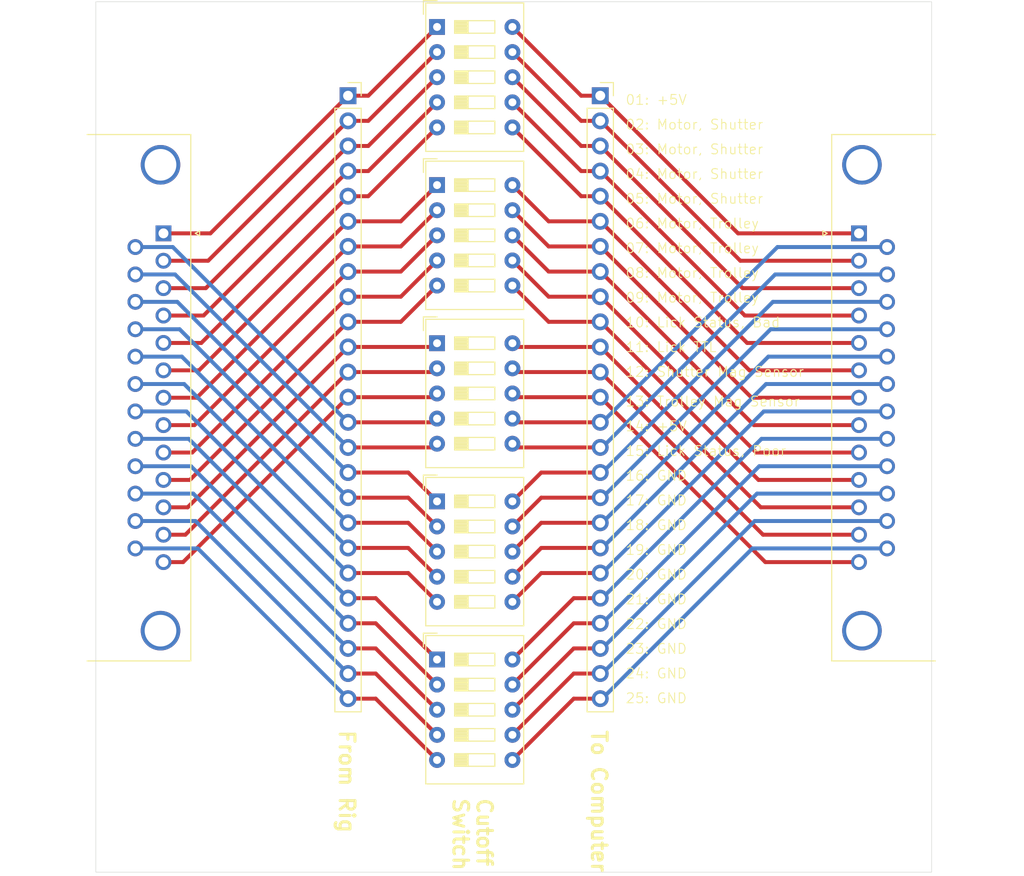
<source format=kicad_pcb>
(kicad_pcb (version 20240108) (generator "pcbnew") (generator_version "8.0")
  (layers (0 "F.Cu" signal) (31 "B.Cu" signal) (34 "B.Paste" user) (35 "F.Paste" user) (36 "B.SilkS" user "B.Silkscreen") (37 "F.SilkS" user "F.Silkscreen") (38 "B.Mask" user) (39 "F.Mask" user) (44 "Edge.Cuts" user))
  (net 0 "")
  (footprint "Button_Switch_THT:SW_DIP_SPSTx05_Slide_9.78x14.88mm_W7.62mm_P2.54mm" (layer "F.Cu") (at 145 61.0475)
    (property "Reference" "REF**" (hide yes))
    (property "Value" "SW_DIP_SPSTx05_Slide_9.78x14.88mm_W7.62mm_P2.54mm" (hide yes))
    (pad "1" thru_hole rect (at 0 0) (size 1.6 1.6) (drill 0.8) (layers "*.Cu" "*.Mask"))
    (pad "2" thru_hole oval (at 0 2.54) (size 1.6 1.6) (drill 0.8) (layers "*.Cu" "*.Mask"))
    (pad "3" thru_hole oval (at 0 5.08) (size 1.6 1.6) (drill 0.8) (layers "*.Cu" "*.Mask"))
    (pad "4" thru_hole oval (at 0 7.62) (size 1.6 1.6) (drill 0.8) (layers "*.Cu" "*.Mask"))
    (pad "5" thru_hole oval (at 0 10.16) (size 1.6 1.6) (drill 0.8) (layers "*.Cu" "*.Mask"))
    (pad "6" thru_hole oval (at 7.62 10.16) (size 1.6 1.6) (drill 0.8) (layers "*.Cu" "*.Mask"))
    (pad "7" thru_hole oval (at 7.62 7.62) (size 1.6 1.6) (drill 0.8) (layers "*.Cu" "*.Mask"))
    (pad "8" thru_hole oval (at 7.62 5.08) (size 1.6 1.6) (drill 0.8) (layers "*.Cu" "*.Mask"))
    (pad "9" thru_hole oval (at 7.62 2.54) (size 1.6 1.6) (drill 0.8) (layers "*.Cu" "*.Mask"))
    (pad "10" thru_hole oval (at 7.62 0) (size 1.6 1.6) (drill 0.8) (layers "*.Cu" "*.Mask"))
  )
  (footprint "Button_Switch_THT:SW_DIP_SPSTx05_Slide_9.78x14.88mm_W7.62mm_P2.54mm" (layer "F.Cu") (at 145 93.02375)
    (property "Reference" "REF**" (hide yes))
    (property "Value" "SW_DIP_SPSTx05_Slide_9.78x14.88mm_W7.62mm_P2.54mm" (hide yes))
    (pad "1" thru_hole rect (at 0 0) (size 1.6 1.6) (drill 0.8) (layers "*.Cu" "*.Mask"))
    (pad "2" thru_hole oval (at 0 2.54) (size 1.6 1.6) (drill 0.8) (layers "*.Cu" "*.Mask"))
    (pad "3" thru_hole oval (at 0 5.08) (size 1.6 1.6) (drill 0.8) (layers "*.Cu" "*.Mask"))
    (pad "4" thru_hole oval (at 0 7.62) (size 1.6 1.6) (drill 0.8) (layers "*.Cu" "*.Mask"))
    (pad "5" thru_hole oval (at 0 10.16) (size 1.6 1.6) (drill 0.8) (layers "*.Cu" "*.Mask"))
    (pad "6" thru_hole oval (at 7.62 10.16) (size 1.6 1.6) (drill 0.8) (layers "*.Cu" "*.Mask"))
    (pad "7" thru_hole oval (at 7.62 7.62) (size 1.6 1.6) (drill 0.8) (layers "*.Cu" "*.Mask"))
    (pad "8" thru_hole oval (at 7.62 5.08) (size 1.6 1.6) (drill 0.8) (layers "*.Cu" "*.Mask"))
    (pad "9" thru_hole oval (at 7.62 2.54) (size 1.6 1.6) (drill 0.8) (layers "*.Cu" "*.Mask"))
    (pad "10" thru_hole oval (at 7.62 0) (size 1.6 1.6) (drill 0.8) (layers "*.Cu" "*.Mask"))
  )
  (footprint "Button_Switch_THT:SW_DIP_SPSTx05_Slide_9.78x14.88mm_W7.62mm_P2.54mm" (layer "F.Cu") (at 145 125)
    (property "Reference" "REF**" (hide yes))
    (property "Value" "SW_DIP_SPSTx05_Slide_9.78x14.88mm_W7.62mm_P2.54mm")
    (pad "1" thru_hole rect (at 0 0) (size 1.6 1.6) (drill 0.8) (layers "*.Cu" "*.Mask"))
    (pad "2" thru_hole oval (at 0 2.54) (size 1.6 1.6) (drill 0.8) (layers "*.Cu" "*.Mask"))
    (pad "3" thru_hole oval (at 0 5.08) (size 1.6 1.6) (drill 0.8) (layers "*.Cu" "*.Mask"))
    (pad "4" thru_hole oval (at 0 7.62) (size 1.6 1.6) (drill 0.8) (layers "*.Cu" "*.Mask"))
    (pad "5" thru_hole oval (at 0 10.16) (size 1.6 1.6) (drill 0.8) (layers "*.Cu" "*.Mask"))
    (pad "6" thru_hole oval (at 7.62 10.16) (size 1.6 1.6) (drill 0.8) (layers "*.Cu" "*.Mask"))
    (pad "7" thru_hole oval (at 7.62 7.62) (size 1.6 1.6) (drill 0.8) (layers "*.Cu" "*.Mask"))
    (pad "8" thru_hole oval (at 7.62 5.08) (size 1.6 1.6) (drill 0.8) (layers "*.Cu" "*.Mask"))
    (pad "9" thru_hole oval (at 7.62 2.54) (size 1.6 1.6) (drill 0.8) (layers "*.Cu" "*.Mask"))
    (pad "10" thru_hole oval (at 7.62 0) (size 1.6 1.6) (drill 0.8) (layers "*.Cu" "*.Mask"))
  )
  (footprint "MountingHole:MountingHole_2mm" (layer "F.Cu") (at 115.5 63.5)
    (property "Reference" "REF**" (hide yes))
    (property "Value" "MountingHole_2mm")
    (pad "" np_thru_hole circle (at 0 0) (size 2 2) (drill 2) (layers "*.Cu" "*.Mask"))
  )
  (footprint "Connector_Dsub:DSUB-25_Male_Horizontal_P2.77x2.84mm_EdgePinOffset4.94mm_Housed_MountingHolesOffset7.48mm" (layer "F.Cu") (at 117.34 81.915 -90)
    (property "Reference" "REF**" (hide yes))
    (property "Value" "DSUB-25_Male_Horizontal_P2.77x2.84mm_EdgePinOffset4.94mm_Housed_MountingHolesOffset7.48mm")
    (pad "0" thru_hole circle (at -6.93 0.3 270) (size 4 4) (drill 3.2) (layers "*.Cu" "*.Mask"))
    (pad "0" thru_hole circle (at 40.17 0.3 270) (size 4 4) (drill 3.2) (layers "*.Cu" "*.Mask"))
    (pad "1" thru_hole rect (at 0 0 270) (size 1.6 1.6) (drill 1) (layers "*.Cu" "*.Mask"))
    (pad "2" thru_hole circle (at 2.77 0 270) (size 1.6 1.6) (drill 1) (layers "*.Cu" "*.Mask"))
    (pad "3" thru_hole circle (at 5.54 0 270) (size 1.6 1.6) (drill 1) (layers "*.Cu" "*.Mask"))
    (pad "4" thru_hole circle (at 8.31 0 270) (size 1.6 1.6) (drill 1) (layers "*.Cu" "*.Mask"))
    (pad "5" thru_hole circle (at 11.08 0 270) (size 1.6 1.6) (drill 1) (layers "*.Cu" "*.Mask"))
    (pad "6" thru_hole circle (at 13.85 0 270) (size 1.6 1.6) (drill 1) (layers "*.Cu" "*.Mask"))
    (pad "7" thru_hole circle (at 16.62 0 270) (size 1.6 1.6) (drill 1) (layers "*.Cu" "*.Mask"))
    (pad "8" thru_hole circle (at 19.39 0 270) (size 1.6 1.6) (drill 1) (layers "*.Cu" "*.Mask"))
    (pad "9" thru_hole circle (at 22.16 0 270) (size 1.6 1.6) (drill 1) (layers "*.Cu" "*.Mask"))
    (pad "10" thru_hole circle (at 24.93 0 270) (size 1.6 1.6) (drill 1) (layers "*.Cu" "*.Mask"))
    (pad "11" thru_hole circle (at 27.7 0 270) (size 1.6 1.6) (drill 1) (layers "*.Cu" "*.Mask"))
    (pad "12" thru_hole circle (at 30.47 0 270) (size 1.6 1.6) (drill 1) (layers "*.Cu" "*.Mask"))
    (pad "13" thru_hole circle (at 33.24 0 270) (size 1.6 1.6) (drill 1) (layers "*.Cu" "*.Mask"))
    (pad "14" thru_hole circle (at 1.385 2.84 270) (size 1.6 1.6) (drill 1) (layers "*.Cu" "*.Mask"))
    (pad "15" thru_hole circle (at 4.155 2.84 270) (size 1.6 1.6) (drill 1) (layers "*.Cu" "*.Mask"))
    (pad "16" thru_hole circle (at 6.925 2.84 270) (size 1.6 1.6) (drill 1) (layers "*.Cu" "*.Mask"))
    (pad "17" thru_hole circle (at 9.695 2.84 270) (size 1.6 1.6) (drill 1) (layers "*.Cu" "*.Mask"))
    (pad "18" thru_hole circle (at 12.465 2.84 270) (size 1.6 1.6) (drill 1) (layers "*.Cu" "*.Mask"))
    (pad "19" thru_hole circle (at 15.235 2.84 270) (size 1.6 1.6) (drill 1) (layers "*.Cu" "*.Mask"))
    (pad "20" thru_hole circle (at 18.005 2.84 270) (size 1.6 1.6) (drill 1) (layers "*.Cu" "*.Mask"))
    (pad "21" thru_hole circle (at 20.775 2.84 270) (size 1.6 1.6) (drill 1) (layers "*.Cu" "*.Mask"))
    (pad "22" thru_hole circle (at 23.545 2.84 270) (size 1.6 1.6) (drill 1) (layers "*.Cu" "*.Mask"))
    (pad "23" thru_hole circle (at 26.315 2.84 270) (size 1.6 1.6) (drill 1) (layers "*.Cu" "*.Mask"))
    (pad "24" thru_hole circle (at 29.085 2.84 270) (size 1.6 1.6) (drill 1) (layers "*.Cu" "*.Mask"))
    (pad "25" thru_hole circle (at 31.855 2.84 270) (size 1.6 1.6) (drill 1) (layers "*.Cu" "*.Mask"))
  )
  (footprint "Button_Switch_THT:SW_DIP_SPSTx05_Slide_9.78x14.88mm_W7.62mm_P2.54mm" (layer "F.Cu") (at 145 77.035625)
    (property "Reference" "REF**" (hide yes))
    (property "Value" "SW_DIP_SPSTx05_Slide_9.78x14.88mm_W7.62mm_P2.54mm" (hide yes))
    (pad "1" thru_hole rect (at 0 0) (size 1.6 1.6) (drill 0.8) (layers "*.Cu" "*.Mask"))
    (pad "2" thru_hole oval (at 0 2.54) (size 1.6 1.6) (drill 0.8) (layers "*.Cu" "*.Mask"))
    (pad "3" thru_hole oval (at 0 5.08) (size 1.6 1.6) (drill 0.8) (layers "*.Cu" "*.Mask"))
    (pad "4" thru_hole oval (at 0 7.62) (size 1.6 1.6) (drill 0.8) (layers "*.Cu" "*.Mask"))
    (pad "5" thru_hole oval (at 0 10.16) (size 1.6 1.6) (drill 0.8) (layers "*.Cu" "*.Mask"))
    (pad "6" thru_hole oval (at 7.62 10.16) (size 1.6 1.6) (drill 0.8) (layers "*.Cu" "*.Mask"))
    (pad "7" thru_hole oval (at 7.62 7.62) (size 1.6 1.6) (drill 0.8) (layers "*.Cu" "*.Mask"))
    (pad "8" thru_hole oval (at 7.62 5.08) (size 1.6 1.6) (drill 0.8) (layers "*.Cu" "*.Mask"))
    (pad "9" thru_hole oval (at 7.62 2.54) (size 1.6 1.6) (drill 0.8) (layers "*.Cu" "*.Mask"))
    (pad "10" thru_hole oval (at 7.62 0) (size 1.6 1.6) (drill 0.8) (layers "*.Cu" "*.Mask"))
  )
  (footprint "Button_Switch_THT:SW_DIP_SPSTx05_Slide_9.78x14.88mm_W7.62mm_P2.54mm" (layer "F.Cu") (at 145 109.011875)
    (property "Reference" "REF**" (hide yes))
    (property "Value" "SW_DIP_SPSTx05_Slide_9.78x14.88mm_W7.62mm_P2.54mm" (hide yes))
    (pad "1" thru_hole rect (at 0 0) (size 1.6 1.6) (drill 0.8) (layers "*.Cu" "*.Mask"))
    (pad "2" thru_hole oval (at 0 2.54) (size 1.6 1.6) (drill 0.8) (layers "*.Cu" "*.Mask"))
    (pad "3" thru_hole oval (at 0 5.08) (size 1.6 1.6) (drill 0.8) (layers "*.Cu" "*.Mask"))
    (pad "4" thru_hole oval (at 0 7.62) (size 1.6 1.6) (drill 0.8) (layers "*.Cu" "*.Mask"))
    (pad "5" thru_hole oval (at 0 10.16) (size 1.6 1.6) (drill 0.8) (layers "*.Cu" "*.Mask"))
    (pad "6" thru_hole oval (at 7.62 10.16) (size 1.6 1.6) (drill 0.8) (layers "*.Cu" "*.Mask"))
    (pad "7" thru_hole oval (at 7.62 7.62) (size 1.6 1.6) (drill 0.8) (layers "*.Cu" "*.Mask"))
    (pad "8" thru_hole oval (at 7.62 5.08) (size 1.6 1.6) (drill 0.8) (layers "*.Cu" "*.Mask"))
    (pad "9" thru_hole oval (at 7.62 2.54) (size 1.6 1.6) (drill 0.8) (layers "*.Cu" "*.Mask"))
    (pad "10" thru_hole oval (at 7.62 0) (size 1.6 1.6) (drill 0.8) (layers "*.Cu" "*.Mask"))
  )
  (footprint "Connector_Dsub:DSUB-25_Female_Horizontal_P2.77x2.84mm_EdgePinOffset4.94mm_Housed_MountingHolesOffset7.48mm" (layer "F.Cu") (at 187.66 81.915 90)
    (property "Reference" "REF**" (hide yes))
    (property "Value" "DSUB-25_Female_Horizontal_P2.77x2.84mm_EdgePinOffset4.94mm_Housed_MountingHolesOffset7.48mm")
    (pad "0" thru_hole circle (at -40.17 0.3 90) (size 4 4) (drill 3.2) (layers "*.Cu" "*.Mask"))
    (pad "0" thru_hole circle (at 6.93 0.3 90) (size 4 4) (drill 3.2) (layers "*.Cu" "*.Mask"))
    (pad "1" thru_hole rect (at 0 0 90) (size 1.6 1.6) (drill 1) (layers "*.Cu" "*.Mask"))
    (pad "2" thru_hole circle (at -2.77 0 90) (size 1.6 1.6) (drill 1) (layers "*.Cu" "*.Mask"))
    (pad "3" thru_hole circle (at -5.54 0 90) (size 1.6 1.6) (drill 1) (layers "*.Cu" "*.Mask"))
    (pad "4" thru_hole circle (at -8.31 0 90) (size 1.6 1.6) (drill 1) (layers "*.Cu" "*.Mask"))
    (pad "5" thru_hole circle (at -11.08 0 90) (size 1.6 1.6) (drill 1) (layers "*.Cu" "*.Mask"))
    (pad "6" thru_hole circle (at -13.85 0 90) (size 1.6 1.6) (drill 1) (layers "*.Cu" "*.Mask"))
    (pad "7" thru_hole circle (at -16.62 0 90) (size 1.6 1.6) (drill 1) (layers "*.Cu" "*.Mask"))
    (pad "8" thru_hole circle (at -19.39 0 90) (size 1.6 1.6) (drill 1) (layers "*.Cu" "*.Mask"))
    (pad "9" thru_hole circle (at -22.16 0 90) (size 1.6 1.6) (drill 1) (layers "*.Cu" "*.Mask"))
    (pad "10" thru_hole circle (at -24.93 0 90) (size 1.6 1.6) (drill 1) (layers "*.Cu" "*.Mask"))
    (pad "11" thru_hole circle (at -27.7 0 90) (size 1.6 1.6) (drill 1) (layers "*.Cu" "*.Mask"))
    (pad "12" thru_hole circle (at -30.47 0 90) (size 1.6 1.6) (drill 1) (layers "*.Cu" "*.Mask"))
    (pad "13" thru_hole circle (at -33.24 0 90) (size 1.6 1.6) (drill 1) (layers "*.Cu" "*.Mask"))
    (pad "14" thru_hole circle (at -1.385 2.84 90) (size 1.6 1.6) (drill 1) (layers "*.Cu" "*.Mask"))
    (pad "15" thru_hole circle (at -4.155 2.84 90) (size 1.6 1.6) (drill 1) (layers "*.Cu" "*.Mask"))
    (pad "16" thru_hole circle (at -6.925 2.84 90) (size 1.6 1.6) (drill 1) (layers "*.Cu" "*.Mask"))
    (pad "17" thru_hole circle (at -9.695 2.84 90) (size 1.6 1.6) (drill 1) (layers "*.Cu" "*.Mask"))
    (pad "18" thru_hole circle (at -12.465 2.84 90) (size 1.6 1.6) (drill 1) (layers "*.Cu" "*.Mask"))
    (pad "19" thru_hole circle (at -15.235 2.84 90) (size 1.6 1.6) (drill 1) (layers "*.Cu" "*.Mask"))
    (pad "20" thru_hole circle (at -18.005 2.84 90) (size 1.6 1.6) (drill 1) (layers "*.Cu" "*.Mask"))
    (pad "21" thru_hole circle (at -20.775 2.84 90) (size 1.6 1.6) (drill 1) (layers "*.Cu" "*.Mask"))
    (pad "22" thru_hole circle (at -23.545 2.84 90) (size 1.6 1.6) (drill 1) (layers "*.Cu" "*.Mask"))
    (pad "23" thru_hole circle (at -26.315 2.84 90) (size 1.6 1.6) (drill 1) (layers "*.Cu" "*.Mask"))
    (pad "24" thru_hole circle (at -29.085 2.84 90) (size 1.6 1.6) (drill 1) (layers "*.Cu" "*.Mask"))
    (pad "25" thru_hole circle (at -31.855 2.84 90) (size 1.6 1.6) (drill 1) (layers "*.Cu" "*.Mask"))
  )
  (footprint "Connector_PinSocket_2.54mm:PinSocket_1x25_P2.54mm_Vertical" (layer "F.Cu") (at 136 68)
    (property "Reference" "REF**" (hide yes))
    (property "Value" "PinSocket_1x25_P2.54mm_Vertical")
    (pad "1" thru_hole rect (at 0 0) (size 1.7 1.7) (drill 1) (layers "*.Cu" "*.Mask"))
    (pad "2" thru_hole oval (at 0 2.54) (size 1.7 1.7) (drill 1) (layers "*.Cu" "*.Mask"))
    (pad "3" thru_hole oval (at 0 5.08) (size 1.7 1.7) (drill 1) (layers "*.Cu" "*.Mask"))
    (pad "4" thru_hole oval (at 0 7.62) (size 1.7 1.7) (drill 1) (layers "*.Cu" "*.Mask"))
    (pad "5" thru_hole oval (at 0 10.16) (size 1.7 1.7) (drill 1) (layers "*.Cu" "*.Mask"))
    (pad "6" thru_hole oval (at 0 12.7) (size 1.7 1.7) (drill 1) (layers "*.Cu" "*.Mask"))
    (pad "7" thru_hole oval (at 0 15.24) (size 1.7 1.7) (drill 1) (layers "*.Cu" "*.Mask"))
    (pad "8" thru_hole oval (at 0 17.78) (size 1.7 1.7) (drill 1) (layers "*.Cu" "*.Mask"))
    (pad "9" thru_hole oval (at 0 20.32) (size 1.7 1.7) (drill 1) (layers "*.Cu" "*.Mask"))
    (pad "10" thru_hole oval (at 0 22.86) (size 1.7 1.7) (drill 1) (layers "*.Cu" "*.Mask"))
    (pad "11" thru_hole oval (at 0 25.4) (size 1.7 1.7) (drill 1) (layers "*.Cu" "*.Mask"))
    (pad "12" thru_hole oval (at 0 27.94) (size 1.7 1.7) (drill 1) (layers "*.Cu" "*.Mask"))
    (pad "13" thru_hole oval (at 0 30.48) (size 1.7 1.7) (drill 1) (layers "*.Cu" "*.Mask"))
    (pad "14" thru_hole oval (at 0 33.02) (size 1.7 1.7) (drill 1) (layers "*.Cu" "*.Mask"))
    (pad "15" thru_hole oval (at 0 35.56) (size 1.7 1.7) (drill 1) (layers "*.Cu" "*.Mask"))
    (pad "16" thru_hole oval (at 0 38.1) (size 1.7 1.7) (drill 1) (layers "*.Cu" "*.Mask"))
    (pad "17" thru_hole oval (at 0 40.64) (size 1.7 1.7) (drill 1) (layers "*.Cu" "*.Mask"))
    (pad "18" thru_hole oval (at 0 43.18) (size 1.7 1.7) (drill 1) (layers "*.Cu" "*.Mask"))
    (pad "19" thru_hole oval (at 0 45.72) (size 1.7 1.7) (drill 1) (layers "*.Cu" "*.Mask"))
    (pad "20" thru_hole oval (at 0 48.26) (size 1.7 1.7) (drill 1) (layers "*.Cu" "*.Mask"))
    (pad "21" thru_hole oval (at 0 50.8) (size 1.7 1.7) (drill 1) (layers "*.Cu" "*.Mask"))
    (pad "22" thru_hole oval (at 0 53.34) (size 1.7 1.7) (drill 1) (layers "*.Cu" "*.Mask"))
    (pad "23" thru_hole oval (at 0 55.88) (size 1.7 1.7) (drill 1) (layers "*.Cu" "*.Mask"))
    (pad "24" thru_hole oval (at 0 58.42) (size 1.7 1.7) (drill 1) (layers "*.Cu" "*.Mask"))
    (pad "25" thru_hole oval (at 0 60.96) (size 1.7 1.7) (drill 1) (layers "*.Cu" "*.Mask"))
  )
  (footprint "MountingHole:MountingHole_2mm" (layer "F.Cu") (at 190 63.5)
    (property "Reference" "REF**" (hide yes))
    (property "Value" "MountingHole_2mm")
    (pad "" np_thru_hole circle (at 0 0) (size 2 2) (drill 2) (layers "*.Cu" "*.Mask"))
  )
  (footprint "MountingHole:MountingHole_2mm" (layer "F.Cu") (at 115.5 142)
    (property "Reference" "REF**" (hide yes))
    (property "Value" "MountingHole_2mm")
    (pad "" np_thru_hole circle (at 0 0) (size 2 2) (drill 2) (layers "*.Cu" "*.Mask"))
  )
  (footprint "MountingHole:MountingHole_2mm" (layer "F.Cu") (at 190 142)
    (property "Reference" "REF**" (hide yes))
    (property "Value" "MountingHole_2mm")
    (pad "" np_thru_hole circle (at 0 0) (size 2 2) (drill 2) (layers "*.Cu" "*.Mask"))
  )
  (footprint "Connector_PinSocket_2.54mm:PinSocket_1x25_P2.54mm_Vertical" (layer "F.Cu") (at 161.5 68)
    (property "Reference" "REF**" (hide yes))
    (property "Value" "PinSocket_1x25_P2.54mm_Vertical")
    (pad "1" thru_hole rect (at 0 0) (size 1.7 1.7) (drill 1) (layers "*.Cu" "*.Mask"))
    (pad "2" thru_hole oval (at 0 2.54) (size 1.7 1.7) (drill 1) (layers "*.Cu" "*.Mask"))
    (pad "3" thru_hole oval (at 0 5.08) (size 1.7 1.7) (drill 1) (layers "*.Cu" "*.Mask"))
    (pad "4" thru_hole oval (at 0 7.62) (size 1.7 1.7) (drill 1) (layers "*.Cu" "*.Mask"))
    (pad "5" thru_hole oval (at 0 10.16) (size 1.7 1.7) (drill 1) (layers "*.Cu" "*.Mask"))
    (pad "6" thru_hole oval (at 0 12.7) (size 1.7 1.7) (drill 1) (layers "*.Cu" "*.Mask"))
    (pad "7" thru_hole oval (at 0 15.24) (size 1.7 1.7) (drill 1) (layers "*.Cu" "*.Mask"))
    (pad "8" thru_hole oval (at 0 17.78) (size 1.7 1.7) (drill 1) (layers "*.Cu" "*.Mask"))
    (pad "9" thru_hole oval (at 0 20.32) (size 1.7 1.7) (drill 1) (layers "*.Cu" "*.Mask"))
    (pad "10" thru_hole oval (at 0 22.86) (size 1.7 1.7) (drill 1) (layers "*.Cu" "*.Mask"))
    (pad "11" thru_hole oval (at 0 25.4) (size 1.7 1.7) (drill 1) (layers "*.Cu" "*.Mask"))
    (pad "12" thru_hole oval (at 0 27.94) (size 1.7 1.7) (drill 1) (layers "*.Cu" "*.Mask"))
    (pad "13" thru_hole oval (at 0 30.48) (size 1.7 1.7) (drill 1) (layers "*.Cu" "*.Mask"))
    (pad "14" thru_hole oval (at 0 33.02) (size 1.7 1.7) (drill 1) (layers "*.Cu" "*.Mask"))
    (pad "15" thru_hole oval (at 0 35.56) (size 1.7 1.7) (drill 1) (layers "*.Cu" "*.Mask"))
    (pad "16" thru_hole oval (at 0 38.1) (size 1.7 1.7) (drill 1) (layers "*.Cu" "*.Mask"))
    (pad "17" thru_hole oval (at 0 40.64) (size 1.7 1.7) (drill 1) (layers "*.Cu" "*.Mask"))
    (pad "18" thru_hole oval (at 0 43.18) (size 1.7 1.7) (drill 1) (layers "*.Cu" "*.Mask"))
    (pad "19" thru_hole oval (at 0 45.72) (size 1.7 1.7) (drill 1) (layers "*.Cu" "*.Mask"))
    (pad "20" thru_hole oval (at 0 48.26) (size 1.7 1.7) (drill 1) (layers "*.Cu" "*.Mask"))
    (pad "21" thru_hole oval (at 0 50.8) (size 1.7 1.7) (drill 1) (layers "*.Cu" "*.Mask"))
    (pad "22" thru_hole oval (at 0 53.34) (size 1.7 1.7) (drill 1) (layers "*.Cu" "*.Mask"))
    (pad "23" thru_hole oval (at 0 55.88) (size 1.7 1.7) (drill 1) (layers "*.Cu" "*.Mask"))
    (pad "24" thru_hole oval (at 0 58.42) (size 1.7 1.7) (drill 1) (layers "*.Cu" "*.Mask"))
    (pad "25" thru_hole oval (at 0 60.96) (size 1.7 1.7) (drill 1) (layers "*.Cu" "*.Mask"))
  )
  (gr_rect (start 110.5 58.5) (end 195 146.5) (stroke (width 0.05)) (fill none) (layer "Edge.Cuts"))
  (gr_text "01: +5V" (at 164 69 0) (layer "F.SilkS") (effects (font (size 1 1) (thickness 0.1)) (justify left bottom)))
  (gr_text "02: Motor, Shutter" (at 164 71.5 0) (layer "F.SilkS") (effects (font (size 1 1) (thickness 0.1)) (justify left bottom)))
  (gr_text "03: Motor, Shutter" (at 164 74 0) (layer "F.SilkS") (effects (font (size 1 1) (thickness 0.1)) (justify left bottom)))
  (gr_text "25: GND" (at 164 129.5 0) (layer "F.SilkS") (effects (font (size 1 1) (thickness 0.1)) (justify left bottom)))
  (gr_text "04: Motor, Shutter" (at 164 76.5 0) (layer "F.SilkS") (effects (font (size 1 1) (thickness 0.1)) (justify left bottom)))
  (gr_text "12: Shutter Mag Sensor" (at 164 96.5 0) (layer "F.SilkS") (effects (font (size 1 1) (thickness 0.1)) (justify left bottom)))
  (gr_text "20: GND" (at 164 117 0) (layer "F.SilkS") (effects (font (size 1 1) (thickness 0.1)) (justify left bottom)))
  (gr_text "06: Motor, Trolley" (at 164 81.5 0) (layer "F.SilkS") (effects (font (size 1 1) (thickness 0.1)) (justify left bottom)))
  (gr_text "11: Lick TTL" (at 164 94 0) (layer "F.SilkS") (effects (font (size 1 1) (thickness 0.1)) (justify left bottom)))
  (gr_text "19: GND" (at 164 114.5 0) (layer "F.SilkS") (effects (font (size 1 1) (thickness 0.1)) (justify left bottom)))
  (gr_text "To Computer" (at 160.5 132 -90) (layer "F.SilkS") (effects (font (size 1.5 1.5) (thickness 0.3) (bold yes)) (justify left bottom)))
  (gr_text "13: Trolley Mag Sensor" (at 164 99.5 0) (layer "F.SilkS") (effects (font (size 1 1) (thickness 0.1)) (justify left bottom)))
  (gr_text "21: GND" (at 164 119.5 0) (layer "F.SilkS") (effects (font (size 1 1) (thickness 0.1)) (justify left bottom)))
  (gr_text "24: GND" (at 164 127 0) (layer "F.SilkS") (effects (font (size 1 1) (thickness 0.1)) (justify left bottom)))
  (gr_text "From Rig" (at 135 132 -90) (layer "F.SilkS") (effects (font (size 1.5 1.5) (thickness 0.3) (bold yes)) (justify left bottom)))
  (gr_text "15: Lick Status, Poor" (at 164 104.5 0) (layer "F.SilkS") (effects (font (size 1 1) (thickness 0.1)) (justify left bottom)))
  (gr_text "10: Lick Status, Bad" (at 164 91.5 0) (layer "F.SilkS") (effects (font (size 1 1) (thickness 0.1)) (justify left bottom)))
  (gr_text "16: GND" (at 164 107 0) (layer "F.SilkS") (effects (font (size 1 1) (thickness 0.1)) (justify left bottom)))
  (gr_text "22: GND" (at 164 122 0) (layer "F.SilkS") (effects (font (size 1 1) (thickness 0.1)) (justify left bottom)))
  (gr_text "23: GND" (at 164 124.5 0) (layer "F.SilkS") (effects (font (size 1 1) (thickness 0.1)) (justify left bottom)))
  (gr_text "18: GND" (at 164 112 0) (layer "F.SilkS") (effects (font (size 1 1) (thickness 0.1)) (justify left bottom)))
  (gr_text "05: Motor, Shutter" (at 164 79 0) (layer "F.SilkS") (effects (font (size 1 1) (thickness 0.1)) (justify left bottom)))
  (gr_text "17: GND" (at 164 109.5 0) (layer "F.SilkS") (effects (font (size 1 1) (thickness 0.1)) (justify left bottom)))
  (gr_text "14: +5V" (at 164 102 0) (layer "F.SilkS") (effects (font (size 1 1) (thickness 0.1)) (justify left bottom)))
  (gr_text "Cutoff\nSwitch" (at 146.5 138.88 -90) (layer "F.SilkS") (effects (font (size 1.5 1.5) (thickness 0.3) (bold yes)) (justify left bottom)))
  (gr_text "07: Motor, Trolley" (at 164 84 0) (layer "F.SilkS") (effects (font (size 1 1) (thickness 0.1)) (justify left bottom)))
  (gr_text "08: Motor, Trolley" (at 164 86.5 0) (layer "F.SilkS") (effects (font (size 1 1) (thickness 0.1)) (justify left bottom)))
  (gr_text "09: Motor, Trolley" (at 164 89 0) (layer "F.SilkS") (effects (font (size 1 1) (thickness 0.1)) (justify left bottom)))
  (segment (start 138.8 121.34) (end 145 127.54) (width 0.4) (layer "F.Cu") (net 0))
  (segment (start 117.34 84.685) (end 121.855 84.685) (width 0.4) (layer "F.Cu") (net 0))
  (segment (start 187.66 98.535) (end 176.81 98.535) (width 0.4) (layer "F.Cu") (net 0))
  (segment (start 136 85.78) (end 141.335625 85.78) (width 0.4) (layer "F.Cu") (net 0))
  (segment (start 136 88.32) (end 141.335625 88.32) (width 0.4) (layer "F.Cu") (net 0))
  (segment (start 158.82 128.96) (end 152.62 135.16) (width 0.4) (layer "F.Cu") (net 0))
  (segment (start 136 78.16) (end 138.0475 78.16) (width 0.4) (layer "F.Cu") (net 0))
  (segment (start 156.284375 90.86) (end 152.62 87.195625) (width 0.4) (layer "F.Cu") (net 0))
  (segment (start 161.5 98.48) (end 152.99625 98.48) (width 0.4) (layer "F.Cu") (net 0))
  (segment (start 136.04 106.06) (end 136 106.1) (width 0.4) (layer "F.Cu") (net 0))
  (segment (start 144.62375 98.48) (end 145 98.10375) (width 0.4) (layer "F.Cu") (net 0))
  (segment (start 159.5725 68) (end 152.62 61.0475) (width 0.4) (layer "F.Cu") (net 0))
  (segment (start 161.5 123.88) (end 158.82 123.88) (width 0.4) (layer "F.Cu") (net 0))
  (segment (start 119.325 115.155) (end 136 98.48) (width 0.4) (layer "F.Cu") (net 0))
  (segment (start 136 83.24) (end 141.335625 83.24) (width 0.4) (layer "F.Cu") (net 0))
  (segment (start 136.04 70.5) (end 136 70.54) (width 0.4) (layer "F.Cu") (net 0))
  (segment (start 187.66 104.075) (end 177.27 104.075) (width 0.4) (layer "F.Cu") (net 0))
  (segment (start 155.531875 111.18) (end 152.62 114.091875) (width 0.4) (layer "F.Cu") (net 0))
  (segment (start 161.5 121.34) (end 158.82 121.34) (width 0.4) (layer "F.Cu") (net 0))
  (segment (start 122.085 81.915) (end 136 68) (width 0.4) (layer "F.Cu") (net 0))
  (segment (start 136 126.42) (end 138.8 126.42) (width 0.4) (layer "F.Cu") (net 0))
  (segment (start 155.531875 108.64) (end 152.62 111.551875) (width 0.4) (layer "F.Cu") (net 0))
  (segment (start 136.04 95.9) (end 136 95.94) (width 0.4) (layer "F.Cu") (net 0))
  (segment (start 117.34 95.765) (end 120.935 95.765) (width 0.4) (layer "F.Cu") (net 0))
  (segment (start 161.46 116.22) (end 161.5 116.26) (width 0.4) (layer "F.Cu") (net 0))
  (segment (start 152.99625 93.4) (end 152.62 93.02375) (width 0.4) (layer "F.Cu") (net 0))
  (segment (start 161.5 75.62) (end 159.5725 75.62) (width 0.4) (layer "F.Cu") (net 0))
  (segment (start 121.855 84.685) (end 136 70.54) (width 0.4) (layer "F.Cu") (net 0))
  (segment (start 142.088125 106.1) (end 145 109.011875) (width 0.4) (layer "F.Cu") (net 0))
  (segment (start 161.46 111.14) (end 161.5 111.18) (width 0.4) (layer "F.Cu") (net 0))
  (segment (start 119.555 112.385) (end 136 95.94) (width 0.4) (layer "F.Cu") (net 0))
  (segment (start 136 93.4) (end 144.62375 93.4) (width 0.4) (layer "F.Cu") (net 0))
  (segment (start 136 90.86) (end 141.335625 90.86) (width 0.4) (layer "F.Cu") (net 0))
  (segment (start 138.0475 78.16) (end 145 71.2075) (width 0.4) (layer "F.Cu") (net 0))
  (segment (start 141.335625 80.7) (end 145 77.035625) (width 0.4) (layer "F.Cu") (net 0))
  (segment (start 136.04 121.3) (end 136 121.34) (width 0.4) (layer "F.Cu") (net 0))
  (segment (start 161.5 70.54) (end 159.5725 70.54) (width 0.4) (layer "F.Cu") (net 0))
  (segment (start 144.62375 95.94) (end 145 95.56375) (width 0.4) (layer "F.Cu") (net 0))
  (segment (start 136 101.02) (end 144.62375 101.02) (width 0.4) (layer "F.Cu") (net 0))
  (segment (start 152.99625 98.48) (end 152.62 98.10375) (width 0.4) (layer "F.Cu") (net 0))
  (segment (start 176.35 92.995) (end 161.605 78.25) (width 0.4) (layer "F.Cu") (net 0))
  (segment (start 136 68) (end 138.0475 68) (width 0.4) (layer "F.Cu") (net 0))
  (segment (start 177.73 109.615) (end 161.605 93.49) (width 0.4) (layer "F.Cu") (net 0))
  (segment (start 117.34 98.535) (end 120.705 98.535) (width 0.4) (layer "F.Cu") (net 0))
  (segment (start 120.935 95.765) (end 136 80.7) (width 0.4) (layer "F.Cu") (net 0))
  (segment (start 175.43 81.915) (end 161.605 68.09) (width 0.4) (layer "F.Cu") (net 0))
  (segment (start 187.66 95.765) (end 176.58 95.765) (width 0.4) (layer "F.Cu") (net 0))
  (segment (start 176.12 90.225) (end 161.605 75.71) (width 0.4) (layer "F.Cu") (net 0))
  (segment (start 136 108.64) (end 142.088125 108.64) (width 0.4) (layer "F.Cu") (net 0))
  (segment (start 156.284375 80.7) (end 152.62 77.035625) (width 0.4) (layer "F.Cu") (net 0))
  (segment (start 161.5 113.72) (end 155.531875 113.72) (width 0.4) (layer "F.Cu") (net 0))
  (segment (start 141.335625 83.24) (end 145 79.575625) (width 0.4) (layer "F.Cu") (net 0))
  (segment (start 161.5 126.42) (end 158.82 126.42) (width 0.4) (layer "F.Cu") (net 0))
  (segment (start 117.34 87.455) (end 121.625 87.455) (width 0.4) (layer "F.Cu") (net 0))
  (segment (start 161.46 95.9) (end 161.5 95.94) (width 0.4) (layer "F.Cu") (net 0))
  (segment (start 158.82 126.42) (end 152.62 132.62) (width 0.4) (layer "F.Cu") (net 0))
  (segment (start 158.82 118.8) (end 152.62 125) (width 0.4) (layer "F.Cu") (net 0))
  (segment (start 136 123.88) (end 138.8 123.88) (width 0.4) (layer "F.Cu") (net 0))
  (segment (start 136 75.62) (end 138.0475 75.62) (width 0.4) (layer "F.Cu") (net 0))
  (segment (start 161.5 68) (end 159.5725 68) (width 0.4) (layer "F.Cu") (net 0))
  (segment (start 136.04 116.22) (end 136 116.26) (width 0.4) (layer "F.Cu") (net 0))
  (segment (start 161.5 108.64) (end 155.531875 108.64) (width 0.4) (layer "F.Cu") (net 0))
  (segment (start 138.8 128.96) (end 145 135.16) (width 0.4) (layer "F.Cu") (net 0))
  (segment (start 161.5 116.26) (end 155.531875 116.26) (width 0.4) (layer "F.Cu") (net 0))
  (segment (start 159.5725 73.08) (end 152.62 66.1275) (width 0.4) (layer "F.Cu") (net 0))
  (segment (start 161.46 106.06) (end 161.5 106.1) (width 0.4) (layer "F.Cu") (net 0))
  (segment (start 117.34 115.155) (end 119.325 115.155) (width 0.4) (layer "F.Cu") (net 0))
  (segment (start 136 80.7) (end 141.335625 80.7) (width 0.4) (layer "F.Cu") (net 0))
  (segment (start 155.531875 106.1) (end 152.62 109.011875) (width 0.4) (layer "F.Cu") (net 0))
  (segment (start 152.99625 101.02) (end 152.62 100.64375) (width 0.4) (layer "F.Cu") (net 0))
  (segment (start 142.088125 111.18) (end 145 114.091875) (width 0.4) (layer "F.Cu") (net 0))
  (segment (start 161.5 103.56) (end 152.99625 103.56) (width 0.4) (layer "F.Cu") (net 0))
  (segment (start 136 73.08) (end 138.0475 73.08) (width 0.4) (layer "F.Cu") (net 0))
  (segment (start 117.34 81.915) (end 122.085 81.915) (width 0.4) (layer "F.Cu") (net 0))
  (segment (start 187.66 109.615) (end 177.73 109.615) (width 0.4) (layer "F.Cu") (net 0))
  (segment (start 138.0475 73.08) (end 145 66.1275) (width 0.4) (layer "F.Cu") (net 0))
  (segment (start 138.8 126.42) (end 145 132.62) (width 0.4) (layer "F.Cu") (net 0))
  (segment (start 136 95.94) (end 144.62375 95.94) (width 0.4) (layer "F.Cu") (net 0))
  (segment (start 138.0475 68) (end 145 61.0475) (width 0.4) (layer "F.Cu") (net 0))
  (segment (start 158.82 121.34) (end 152.62 127.54) (width 0.4) (layer "F.Cu") (net 0))
  (segment (start 120.475 101.305) (end 136 85.78) (width 0.4) (layer "F.Cu") (net 0))
  (segment (start 120.245 104.075) (end 136 88.32) (width 0.4) (layer "F.Cu") (net 0))
  (segment (start 161.5 106.1) (end 155.531875 106.1) (width 0.4) (layer "F.Cu") (net 0))
  (segment (start 187.66 90.225) (end 176.12 90.225) (width 0.4) (layer "F.Cu") (net 0))
  (segment (start 144.62375 103.56) (end 145 103.18375) (width 0.4) (layer "F.Cu") (net 0))
  (segment (start 175.89 87.455) (end 161.605 73.17) (width 0.4) (layer "F.Cu") (net 0))
  (segment (start 178.19 115.155) (end 161.605 98.57) (width 0.4) (layer "F.Cu") (net 0))
  (segment (start 136 118.8) (end 138.8 118.8) (width 0.4) (layer "F.Cu") (net 0))
  (segment (start 117.34 90.225) (end 121.395 90.225) (width 0.4) (layer "F.Cu") (net 0))
  (segment (start 152.99625 95.94) (end 152.62 95.56375) (width 0.4) (layer "F.Cu") (net 0))
  (segment (start 136 121.34) (end 138.8 121.34) (width 0.4) (layer "F.Cu") (net 0))
  (segment (start 161.46 100.98) (end 161.5 101.02) (width 0.4) (layer "F.Cu") (net 0))
  (segment (start 138.0475 70.54) (end 145 63.5875) (width 0.4) (layer "F.Cu") (net 0))
  (segment (start 136 113.72) (end 142.088125 113.72) (width 0.4) (layer "F.Cu") (net 0))
  (segment (start 138.8 118.8) (end 145 125) (width 0.4) (layer "F.Cu") (net 0))
  (segment (start 161.46 75.58) (end 161.5 75.62) (width 0.4) (layer "F.Cu") (net 0))
  (segment (start 156.284375 83.24) (end 152.62 79.575625) (width 0.4) (layer "F.Cu") (net 0))
  (segment (start 142.088125 116.26) (end 145 119.171875) (width 0.4) (layer "F.Cu") (net 0))
  (segment (start 136.04 80.66) (end 136 80.7) (width 0.4) (layer "F.Cu") (net 0))
  (segment (start 161.5 90.86) (end 156.284375 90.86) (width 0.4) (layer "F.Cu") (net 0))
  (segment (start 136 111.18) (end 142.088125 111.18) (width 0.4) (layer "F.Cu") (net 0))
  (segment (start 177.27 104.075) (end 161.605 88.41) (width 0.4) (layer "F.Cu") (net 0))
  (segment (start 117.34 104.075) (end 120.245 104.075) (width 0.4) (layer "F.Cu") (net 0))
  (segment (start 141.335625 85.78) (end 145 82.115625) (width 0.4) (layer "F.Cu") (net 0))
  (segment (start 155.531875 116.26) (end 152.62 119.171875) (width 0.4) (layer "F.Cu") (net 0))
  (segment (start 117.34 106.845) (end 120.015 106.845) (width 0.4) (layer "F.Cu") (net 0))
  (segment (start 136 116.26) (end 142.088125 116.26) (width 0.4) (layer "F.Cu") (net 0))
  (segment (start 142.088125 108.64) (end 145 111.551875) (width 0.4) (layer "F.Cu") (net 0))
  (segment (start 177.04 101.305) (end 161.605 85.87) (width 0.4) (layer "F.Cu") (net 0))
  (segment (start 117.34 109.615) (end 119.785 109.615) (width 0.4) (layer "F.Cu") (net 0))
  (segment (start 121.625 87.455) (end 136 73.08) (width 0.4) (layer "F.Cu") (net 0))
  (segment (start 142.088125 113.72) (end 145 116.631875) (width 0.4) (layer "F.Cu") (net 0))
  (segment (start 187.66 115.155) (end 178.19 115.155) (width 0.4) (layer "F.Cu") (net 0))
  (segment (start 187.66 81.915) (end 175.43 81.915) (width 0.4) (layer "F.Cu") (net 0))
  (segment (start 136.04 85.74) (end 136 85.78) (width 0.4) (layer "F.Cu") (net 0))
  (segment (start 175.66 84.685) (end 161.605 70.63) (width 0.4) (layer "F.Cu") (net 0))
  (segment (start 159.5725 75.62) (end 152.62 68.6675) (width 0.4) (layer "F.Cu") (net 0))
  (segment (start 161.5 111.18) (end 155.531875 111.18) (width 0.4) (layer "F.Cu") (net 0))
  (segment (start 121.395 90.225) (end 136 75.62) (width 0.4) (layer "F.Cu") (net 0))
  (segment (start 161.5 93.4) (end 152.99625 93.4) (width 0.4) (layer "F.Cu") (net 0))
  (segment (start 187.66 92.995) (end 176.35 92.995) (width 0.4) (layer "F.Cu") (net 0))
  (segment (start 156.284375 88.32) (end 152.62 84.655625) (width 0.4) (layer "F.Cu") (net 0))
  (segment (start 177.5 106.845) (end 161.605 90.95) (width 0.4) (layer "F.Cu") (net 0))
  (segment (start 161.46 70.5) (end 161.5 70.54) (width 0.4) (layer "F.Cu") (net 0))
  (segment (start 161.5 85.78) (end 156.284375 85.78) (width 0.4) (layer "F.Cu") (net 0))
  (segment (start 156.284375 85.78) (end 152.62 82.115625) (width 0.4) (layer "F.Cu") (net 0))
  (segment (start 159.5725 78.16) (end 152.62 71.2075) (width 0.4) (layer "F.Cu") (net 0))
  (segment (start 117.34 112.385) (end 119.555 112.385) (width 0.4) (layer "F.Cu") (net 0))
  (segment (start 187.66 101.305) (end 177.04 101.305) (width 0.4) (layer "F.Cu") (net 0))
  (segment (start 161.5 128.96) (end 158.82 128.96) (width 0.4) (layer "F.Cu") (net 0))
  (segment (start 161.46 67.96) (end 161.5 68) (width 0.4) (layer "F.Cu") (net 0))
  (segment (start 176.81 98.535) (end 161.605 83.33) (width 0.4) (layer "F.Cu") (net 0))
  (segment (start 161.5 80.7) (end 156.284375 80.7) (width 0.4) (layer "F.Cu") (net 0))
  (segment (start 141.335625 88.32) (end 145 84.655625) (width 0.4) (layer "F.Cu") (net 0))
  (segment (start 120.705 98.535) (end 136 83.24) (width 0.4) (layer "F.Cu") (net 0))
  (segment (start 161.46 85.74) (end 161.5 85.78) (width 0.4) (layer "F.Cu") (net 0))
  (segment (start 161.5 83.24) (end 156.284375 83.24) (width 0.4) (layer "F.Cu") (net 0))
  (segment (start 161.5 78.16) (end 159.5725 78.16) (width 0.4) (layer "F.Cu") (net 0))
  (segment (start 187.66 87.455) (end 175.89 87.455) (width 0.4) (layer "F.Cu") (net 0))
  (segment (start 120.015 106.845) (end 136 90.86) (width 0.4) (layer "F.Cu") (net 0))
  (segment (start 138.8 123.88) (end 145 130.08) (width 0.4) (layer "F.Cu") (net 0))
  (segment (start 176.58 95.765) (end 161.605 80.79) (width 0.4) (layer "F.Cu") (net 0))
  (segment (start 136.04 75.58) (end 136 75.62) (width 0.4) (layer "F.Cu") (net 0))
  (segment (start 138.0475 75.62) (end 145 68.6675) (width 0.4) (layer "F.Cu") (net 0))
  (segment (start 155.531875 113.72) (end 152.62 116.631875) (width 0.4) (layer "F.Cu") (net 0))
  (segment (start 136 98.48) (end 144.62375 98.48) (width 0.4) (layer "F.Cu") (net 0))
  (segment (start 136.04 100.98) (end 136 101.02) (width 0.4) (layer "F.Cu") (net 0))
  (segment (start 136 106.1) (end 142.088125 106.1) (width 0.4) (layer "F.Cu") (net 0))
  (segment (start 161.46 90.82) (end 161.5 90.86) (width 0.4) (layer "F.Cu") (net 0))
  (segment (start 161.5 95.94) (end 152.99625 95.94) (width 0.4) (layer "F.Cu") (net 0))
  (segment (start 161.46 80.66) (end 161.5 80.7) (width 0.4) (layer "F.Cu") (net 0))
  (segment (start 136.04 90.82) (end 136 90.86) (width 0.4) (layer "F.Cu") (net 0))
  (segment (start 119.785 109.615) (end 136 93.4) (width 0.4) (layer "F.Cu") (net 0))
  (segment (start 187.66 112.385) (end 177.96 112.385) (width 0.4) (layer "F.Cu") (net 0))
  (segment (start 161.5 101.02) (end 152.99625 101.02) (width 0.4) (layer "F.Cu") (net 0))
  (segment (start 144.62375 101.02) (end 145 100.64375) (width 0.4) (layer "F.Cu") (net 0))
  (segment (start 141.335625 90.86) (end 145 87.195625) (width 0.4) (layer "F.Cu") (net 0))
  (segment (start 136 128.96) (end 138.8 128.96) (width 0.4) (layer "F.Cu") (net 0))
  (segment (start 136 70.54) (end 138.0475 70.54) (width 0.4) (layer "F.Cu") (net 0))
  (segment (start 144.62375 93.4) (end 145 93.02375) (width 0.4) (layer "F.Cu") (net 0))
  (segment (start 152.99625 103.56) (end 152.62 103.18375) (width 0.4) (layer "F.Cu") (net 0))
  (segment (start 161.46 126.38) (end 161.5 126.42) (width 0.4) (layer "F.Cu") (net 0))
  (segment (start 187.66 106.845) (end 177.5 106.845) (width 0.4) (layer "F.Cu") (net 0))
  (segment (start 121.165 92.995) (end 136 78.16) (width 0.4) (layer "F.Cu") (net 0))
  (segment (start 161.46 121.3) (end 161.5 121.34) (width 0.4) (layer "F.Cu") (net 0))
  (segment (start 159.5725 70.54) (end 152.62 63.5875) (width 0.4) (layer "F.Cu") (net 0))
  (segment (start 136 103.56) (end 144.62375 103.56) (width 0.4) (layer "F.Cu") (net 0))
  (segment (start 136.04 126.38) (end 136 126.42) (width 0.4) (layer "F.Cu") (net 0))
  (segment (start 161.5 73.08) (end 159.5725 73.08) (width 0.4) (layer "F.Cu") (net 0))
  (segment (start 158.82 123.88) (end 152.62 130.08) (width 0.4) (layer "F.Cu") (net 0))
  (segment (start 136.04 111.14) (end 136 111.18) (width 0.4) (layer "F.Cu") (net 0))
  (segment (start 161.5 118.8) (end 158.82 118.8) (width 0.4) (layer "F.Cu") (net 0))
  (segment (start 161.5 88.32) (end 156.284375 88.32) (width 0.4) (layer "F.Cu") (net 0))
  (segment (start 117.34 101.305) (end 120.475 101.305) (width 0.4) (layer "F.Cu") (net 0))
  (segment (start 117.34 92.995) (end 121.165 92.995) (width 0.4) (layer "F.Cu") (net 0))
  (segment (start 187.66 84.685) (end 175.66 84.685) (width 0.4) (layer "F.Cu") (net 0))
  (segment (start 177.96 112.385) (end 161.605 96.03) (width 0.4) (layer "F.Cu") (net 0))
  (segment (start 114.5 105.46) (end 120.12 105.46) (width 0.4) (layer "B.Cu") (net 0))
  (segment (start 179.415 83.3) (end 161.605 101.11) (width 0.4) (layer "B.Cu") (net 0))
  (segment (start 119.2 94.38) (end 136 111.18) (width 0.4) (layer "B.Cu") (net 0))
  (segment (start 190.5 91.61) (end 178.725 91.61) (width 0.4) (layer "B.Cu") (net 0))
  (segment (start 190.5 94.38) (end 178.495 94.38) (width 0.4) (layer "B.Cu") (net 0))
  (segment (start 177.345 108.23) (end 161.605 123.97) (width 0.4) (layer "B.Cu") (net 0))
  (segment (start 114.5 97.15) (end 119.43 97.15) (width 0.4) (layer "B.Cu") (net 0))
  (segment (start 190.5 83.3) (end 179.415 83.3) (width 0.4) (layer "B.Cu") (net 0))
  (segment (start 114.5 108.23) (end 120.35 108.23) (width 0.4) (layer "B.Cu") (net 0))
  (segment (start 190.5 108.23) (end 177.345 108.23) (width 0.4) (layer "B.Cu") (net 0))
  (segment (start 178.495 94.38) (end 161.605 111.27) (width 0.4) (layer "B.Cu") (net 0))
  (segment (start 119.66 99.92) (end 136 116.26) (width 0.4) (layer "B.Cu") (net 0))
  (segment (start 118.51 86.07) (end 136 103.56) (width 0.4) (layer "B.Cu") (net 0))
  (segment (start 114.5 91.61) (end 118.97 91.61) (width 0.4) (layer "B.Cu") (net 0))
  (segment (start 190.5 97.15) (end 178.265 97.15) (width 0.4) (layer "B.Cu") (net 0))
  (segment (start 177.115 111) (end 161.605 126.51) (width 0.4) (layer "B.Cu") (net 0))
  (segment (start 119.43 97.15) (end 136 113.72) (width 0.4) (layer "B.Cu") (net 0))
  (segment (start 114.5 88.84) (end 118.74 88.84) (width 0.4) (layer "B.Cu") (net 0))
  (segment (start 114.5 94.38) (end 119.2 94.38) (width 0.4) (layer "B.Cu") (net 0))
  (segment (start 190.5 88.84) (end 178.955 88.84) (width 0.4) (layer "B.Cu") (net 0))
  (segment (start 177.805 102.69) (end 161.605 118.89) (width 0.4) (layer "B.Cu") (net 0))
  (segment (start 178.035 99.92) (end 161.605 116.35) (width 0.4) (layer "B.Cu") (net 0))
  (segment (start 114.5 86.07) (end 118.51 86.07) (width 0.4) (layer "B.Cu") (net 0))
  (segment (start 190.5 111) (end 177.115 111) (width 0.4) (layer "B.Cu") (net 0))
  (segment (start 190.5 105.46) (end 177.575 105.46) (width 0.4) (layer "B.Cu") (net 0))
  (segment (start 114.5 113.77) (end 120.81 113.77) (width 0.4) (layer "B.Cu") (net 0))
  (segment (start 178.265 97.15) (end 161.605 113.81) (width 0.4) (layer "B.Cu") (net 0))
  (segment (start 118.97 91.61) (end 136 108.64) (width 0.4) (layer "B.Cu") (net 0))
  (segment (start 177.575 105.46) (end 161.605 121.43) (width 0.4) (layer "B.Cu") (net 0))
  (segment (start 120.81 113.77) (end 136 128.96) (width 0.4) (layer "B.Cu") (net 0))
  (segment (start 114.5 83.3) (end 118.28 83.3) (width 0.4) (layer "B.Cu") (net 0))
  (segment (start 179.185 86.07) (end 161.605 103.65) (width 0.4) (layer "B.Cu") (net 0))
  (segment (start 120.58 111) (end 136 126.42) (width 0.4) (layer "B.Cu") (net 0))
  (segment (start 176.885 113.77) (end 161.605 129.05) (width 0.4) (layer "B.Cu") (net 0))
  (segment (start 118.74 88.84) (end 136 106.1) (width 0.4) (layer "B.Cu") (net 0))
  (segment (start 178.725 91.61) (end 161.605 108.73) (width 0.4) (layer "B.Cu") (net 0))
  (segment (start 190.5 86.07) (end 179.185 86.07) (width 0.4) (layer "B.Cu") (net 0))
  (segment (start 190.5 99.92) (end 178.035 99.92) (width 0.4) (layer "B.Cu") (net 0))
  (segment (start 114.5 102.69) (end 119.89 102.69) (width 0.4) (layer "B.Cu") (net 0))
  (segment (start 178.955 88.84) (end 161.605 106.19) (width 0.4) (layer "B.Cu") (net 0))
  (segment (start 120.35 108.23) (end 136 123.88) (width 0.4) (layer "B.Cu") (net 0))
  (segment (start 190.5 113.77) (end 176.885 113.77) (width 0.4) (layer "B.Cu") (net 0))
  (segment (start 114.5 111) (end 120.58 111) (width 0.4) (layer "B.Cu") (net 0))
  (segment (start 119.89 102.69) (end 136 118.8) (width 0.4) (layer "B.Cu") (net 0))
  (segment (start 114.5 99.92) (end 119.66 99.92) (width 0.4) (layer "B.Cu") (net 0))
  (segment (start 120.12 105.46) (end 136 121.34) (width 0.4) (layer "B.Cu") (net 0))
  (segment (start 118.28 83.3) (end 136 101.02) (width 0.4) (layer "B.Cu") (net 0))
  (segment (start 190.5 102.69) (end 177.805 102.69) (width 0.4) (layer "B.Cu") (net 0))
)
</source>
